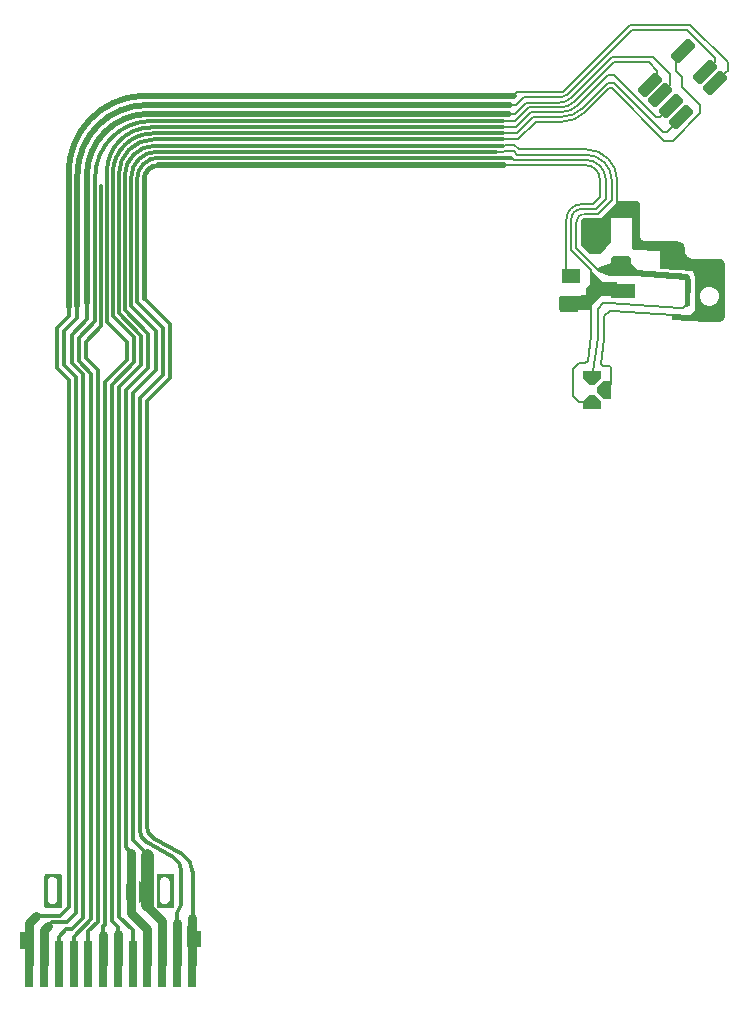
<source format=gbr>
%TF.GenerationSoftware,KiCad,Pcbnew,8.0.4-8.0.4-0~ubuntu24.04.1*%
%TF.CreationDate,2024-08-17T18:05:15+02:00*%
%TF.ProjectId,KSS-220A_Lens_Flex,4b53532d-3232-4304-915f-4c656e735f46,0.1*%
%TF.SameCoordinates,Original*%
%TF.FileFunction,Copper,L1,Top*%
%TF.FilePolarity,Positive*%
%FSLAX46Y46*%
G04 Gerber Fmt 4.6, Leading zero omitted, Abs format (unit mm)*
G04 Created by KiCad (PCBNEW 8.0.4-8.0.4-0~ubuntu24.04.1) date 2024-08-17 18:05:15*
%MOMM*%
%LPD*%
G01*
G04 APERTURE LIST*
G04 Aperture macros list*
%AMRoundRect*
0 Rectangle with rounded corners*
0 $1 Rounding radius*
0 $2 $3 $4 $5 $6 $7 $8 $9 X,Y pos of 4 corners*
0 Add a 4 corners polygon primitive as box body*
4,1,4,$2,$3,$4,$5,$6,$7,$8,$9,$2,$3,0*
0 Add four circle primitives for the rounded corners*
1,1,$1+$1,$2,$3*
1,1,$1+$1,$4,$5*
1,1,$1+$1,$6,$7*
1,1,$1+$1,$8,$9*
0 Add four rect primitives between the rounded corners*
20,1,$1+$1,$2,$3,$4,$5,0*
20,1,$1+$1,$4,$5,$6,$7,0*
20,1,$1+$1,$6,$7,$8,$9,0*
20,1,$1+$1,$8,$9,$2,$3,0*%
%AMOutline4P*
0 Free polygon, 4 corners , with rotation*
0 The origin of the aperture is its center*
0 number of corners: always 4*
0 $1 to $8 corner X, Y*
0 $9 Rotation angle, in degrees counterclockwise*
0 create outline with 4 corners*
4,1,4,$1,$2,$3,$4,$5,$6,$7,$8,$1,$2,$9*%
%AMOutline5P*
0 Free polygon, 5 corners , with rotation*
0 The origin of the aperture is its center*
0 number of corners: always 5*
0 $1 to $10 corner X, Y*
0 $11 Rotation angle, in degrees counterclockwise*
0 create outline with 5 corners*
4,1,5,$1,$2,$3,$4,$5,$6,$7,$8,$9,$10,$1,$2,$11*%
%AMOutline6P*
0 Free polygon, 6 corners , with rotation*
0 The origin of the aperture is its center*
0 number of corners: always 6*
0 $1 to $12 corner X, Y*
0 $13 Rotation angle, in degrees counterclockwise*
0 create outline with 6 corners*
4,1,6,$1,$2,$3,$4,$5,$6,$7,$8,$9,$10,$11,$12,$1,$2,$13*%
%AMOutline7P*
0 Free polygon, 7 corners , with rotation*
0 The origin of the aperture is its center*
0 number of corners: always 7*
0 $1 to $14 corner X, Y*
0 $15 Rotation angle, in degrees counterclockwise*
0 create outline with 7 corners*
4,1,7,$1,$2,$3,$4,$5,$6,$7,$8,$9,$10,$11,$12,$13,$14,$1,$2,$15*%
%AMOutline8P*
0 Free polygon, 8 corners , with rotation*
0 The origin of the aperture is its center*
0 number of corners: always 8*
0 $1 to $16 corner X, Y*
0 $17 Rotation angle, in degrees counterclockwise*
0 create outline with 8 corners*
4,1,8,$1,$2,$3,$4,$5,$6,$7,$8,$9,$10,$11,$12,$13,$14,$15,$16,$1,$2,$17*%
G04 Aperture macros list end*
%TA.AperFunction,SMDPad,CuDef*%
%ADD10R,1.600000X1.200000*%
%TD*%
%TA.AperFunction,SMDPad,CuDef*%
%ADD11R,2.000000X1.200000*%
%TD*%
%TA.AperFunction,SMDPad,CuDef*%
%ADD12RoundRect,0.178571X-0.671429X0.321429X-0.671429X-0.321429X0.671429X-0.321429X0.671429X0.321429X0*%
%TD*%
%TA.AperFunction,SMDPad,CuDef*%
%ADD13RoundRect,0.178571X0.671429X-0.321429X0.671429X0.321429X-0.671429X0.321429X-0.671429X-0.321429X0*%
%TD*%
%TA.AperFunction,ComponentPad*%
%ADD14C,2.300000*%
%TD*%
%TA.AperFunction,ComponentPad*%
%ADD15Outline6P,-0.800000X0.000000X-0.200000X0.600000X0.200000X0.600000X0.800000X0.000000X0.800000X-0.600000X-0.800000X-0.600000X0.000000*%
%TD*%
%TA.AperFunction,ComponentPad*%
%ADD16Outline6P,-0.800000X0.000000X-0.200000X0.600000X0.200000X0.600000X0.800000X0.000000X0.800000X-0.600000X-0.800000X-0.600000X90.000000*%
%TD*%
%TA.AperFunction,ComponentPad*%
%ADD17Outline6P,-0.800000X0.000000X-0.200000X0.600000X0.200000X0.600000X0.800000X0.000000X0.800000X-0.600000X-0.800000X-0.600000X180.000000*%
%TD*%
%TA.AperFunction,ConnectorPad*%
%ADD18R,1.200000X0.500000*%
%TD*%
%TA.AperFunction,ConnectorPad*%
%ADD19R,0.750000X4.000000*%
%TD*%
%TA.AperFunction,SMDPad,CuDef*%
%ADD20Outline4P,-0.400000X-0.900000X0.400000X-0.700000X0.400000X0.700000X-0.400000X0.900000X0.000000*%
%TD*%
%TA.AperFunction,SMDPad,CuDef*%
%ADD21Outline4P,-0.400000X-0.900000X0.400000X-0.700000X0.400000X0.700000X-0.400000X0.900000X180.000000*%
%TD*%
%TA.AperFunction,ConnectorPad*%
%ADD22R,1.200000X0.800000*%
%TD*%
%TA.AperFunction,ComponentPad*%
%ADD23RoundRect,0.250000X-0.424264X-0.777817X0.777817X0.424264X0.424264X0.777817X-0.777817X-0.424264X0*%
%TD*%
%TA.AperFunction,ComponentPad*%
%ADD24RoundRect,0.250000X0.424264X0.777817X-0.777817X-0.424264X-0.424264X-0.777817X0.777817X0.424264X0*%
%TD*%
%TA.AperFunction,Conductor*%
%ADD25C,0.750000*%
%TD*%
%TA.AperFunction,Conductor*%
%ADD26C,0.200000*%
%TD*%
%TA.AperFunction,Conductor*%
%ADD27C,0.300000*%
%TD*%
%TA.AperFunction,Conductor*%
%ADD28C,0.500000*%
%TD*%
%TA.AperFunction,Conductor*%
%ADD29C,1.100000*%
%TD*%
%TA.AperFunction,Conductor*%
%ADD30C,0.250000*%
%TD*%
%TA.AperFunction,Conductor*%
%ADD31C,0.400000*%
%TD*%
G04 APERTURE END LIST*
D10*
%TO.P,RV1,1,1*%
%TO.N,/GND3*%
X92900000Y-51550000D03*
%TO.P,RV1,2,2*%
%TO.N,/PD*%
X92700000Y-54050000D03*
D11*
%TO.P,RV1,3,3*%
X97300000Y-52850000D03*
%TD*%
D12*
%TO.P,D1,1,K*%
%TO.N,/LD*%
X97150000Y-50350000D03*
D13*
%TO.P,D1,2,A*%
%TO.N,/GND2*%
X97150000Y-46150000D03*
%TD*%
D14*
%TO.P,H1,MP,MP*%
%TO.N,/GND2*%
X94850000Y-48300000D03*
%TD*%
D15*
%TO.P,CN5,1,PD*%
%TO.N,/PD*%
X94700000Y-62250000D03*
D16*
%TO.P,CN5,2,GND*%
%TO.N,/GND2*%
X95700000Y-61250000D03*
D17*
%TO.P,CN5,3,LD*%
%TO.N,/LD*%
X94700000Y-60250000D03*
%TD*%
D18*
%TO.P,CN4,1,Pin_1*%
%TO.N,/GND3*%
X61000000Y-108100000D03*
D19*
X60775000Y-109850000D03*
%TO.P,CN4,2,Pin_2*%
%TO.N,/PD*%
X59525000Y-109850000D03*
%TO.P,CN4,3,Pin_3*%
%TO.N,/LD*%
X58275000Y-109850000D03*
D20*
X56750000Y-103700000D03*
D19*
%TO.P,CN4,4,Pin_4*%
%TO.N,/GND2*%
X57025000Y-109850000D03*
D21*
X55650000Y-103700000D03*
D19*
%TO.P,CN4,5,Pin_5*%
%TO.N,/F*%
X55775000Y-109850000D03*
%TO.P,CN4,6,Pin_6*%
%TO.N,/E*%
X54525000Y-109850000D03*
%TO.P,CN4,7,Pin_7*%
%TO.N,/K*%
X53275000Y-109850000D03*
%TO.P,CN4,8,Pin_8*%
%TO.N,/GND1*%
X52025000Y-109850000D03*
%TO.P,CN4,9,Pin_9*%
%TO.N,/D*%
X50775000Y-109850000D03*
%TO.P,CN4,10,Pin_10*%
%TO.N,/C*%
X49525000Y-109850000D03*
%TO.P,CN4,11,Pin_11*%
%TO.N,/A*%
X48275000Y-109850000D03*
%TO.P,CN4,12,Pin_12*%
%TO.N,/B*%
X47025000Y-109850000D03*
D22*
X46800000Y-108250000D03*
%TD*%
D23*
%TO.P,CN3,1,D*%
%TO.N,/D*%
X99538748Y-35417175D03*
D24*
%TO.P,CN3,2,F*%
%TO.N,/F*%
X102402530Y-32553393D03*
D23*
%TO.P,CN3,3,C*%
%TO.N,/C*%
X100390812Y-36269239D03*
%TO.P,CN3,5,K*%
%TO.N,/K*%
X101334799Y-37213226D03*
D24*
%TO.P,CN3,6,A*%
%TO.N,/A*%
X104195046Y-34345909D03*
D23*
%TO.P,CN3,7,E*%
%TO.N,/E*%
X102229289Y-38107716D03*
D24*
%TO.P,CN3,8,B*%
%TO.N,/B*%
X105093071Y-35243934D03*
%TD*%
D25*
%TO.N,/B*%
X47600000Y-105750000D02*
X47025000Y-106325000D01*
D26*
X88350000Y-36000000D02*
X92200000Y-36000000D01*
D27*
X47600000Y-105750000D02*
X49650000Y-105750000D01*
D26*
X106137005Y-34200000D02*
X105375914Y-34961091D01*
D28*
X50350000Y-42845518D02*
X50350000Y-54200000D01*
D27*
X49400000Y-59400000D02*
X49400000Y-55950000D01*
D26*
X88042420Y-36307580D02*
X88350000Y-36000000D01*
D28*
X56846016Y-36307580D02*
X56636191Y-36315565D01*
D26*
X106150000Y-34200000D02*
X106137005Y-34200000D01*
X106150000Y-33500000D02*
X106150000Y-34200000D01*
D27*
X50350000Y-55000000D02*
X50350000Y-54200000D01*
D25*
X47025000Y-106325000D02*
X47025000Y-109850000D01*
D26*
X102950000Y-30300000D02*
X106150000Y-33500000D01*
D28*
X88042420Y-36307580D02*
X56846016Y-36307580D01*
D27*
X50400000Y-105000000D02*
X50400000Y-60400000D01*
X50400000Y-60400000D02*
X49400000Y-59400000D01*
D26*
X97900000Y-30300000D02*
X102950000Y-30300000D01*
D27*
X49650000Y-105750000D02*
X50400000Y-105000000D01*
X49400000Y-55950000D02*
X50350000Y-55000000D01*
D26*
X92200000Y-36000000D02*
X97900000Y-30300000D01*
D28*
X56636191Y-36315565D02*
G75*
G03*
X50350038Y-42845518I248509J-6529935D01*
G01*
D26*
%TO.N,/E*%
X96513604Y-35200000D02*
X100663604Y-39350000D01*
D27*
X86750000Y-39500000D02*
X87100000Y-39500000D01*
D26*
X93798829Y-37401171D02*
X96000000Y-35200000D01*
D27*
X55900000Y-56757106D02*
X54100000Y-54957106D01*
D26*
X87100000Y-39500000D02*
X88300000Y-39500000D01*
X89700000Y-38100000D02*
X92111706Y-38100000D01*
D27*
X57499535Y-39500000D02*
X86750000Y-39500000D01*
X54525000Y-107300000D02*
X54525000Y-106675000D01*
D26*
X100663604Y-39350000D02*
X100987005Y-39350000D01*
D25*
X54525000Y-109850000D02*
X54525000Y-107300000D01*
D26*
X88300000Y-39500000D02*
X89700000Y-38100000D01*
X96000000Y-35200000D02*
X96513604Y-35200000D01*
D27*
X54525000Y-106675000D02*
X54000000Y-106150000D01*
D26*
X100987005Y-39350000D02*
X101911091Y-38425914D01*
D27*
X54000000Y-60800000D02*
X55900000Y-58900000D01*
X55900000Y-58900000D02*
X55900000Y-56757106D01*
X54000000Y-106150000D02*
X54000000Y-60800000D01*
X54100000Y-54957106D02*
X54100000Y-42899535D01*
X54100000Y-42899535D02*
G75*
G02*
X57499535Y-39500000I3399540J-5D01*
G01*
D26*
X92111706Y-38100000D02*
G75*
G03*
X93798836Y-37401178I-6J2386000D01*
G01*
%TO.N,/K*%
X88200000Y-39000000D02*
X89500000Y-37700000D01*
D25*
X53275000Y-109850000D02*
X53275000Y-107350000D01*
D27*
X53400000Y-106500000D02*
X53275000Y-106625000D01*
X87100000Y-39000000D02*
X57332548Y-39000000D01*
X55300000Y-57150000D02*
X55300000Y-58650000D01*
D26*
X100398025Y-38150000D02*
X101016601Y-37531424D01*
X96000000Y-34600000D02*
X96550000Y-34600000D01*
D27*
X53600000Y-55450000D02*
X55300000Y-57150000D01*
D26*
X100100000Y-38150000D02*
X100398025Y-38150000D01*
D27*
X53400000Y-60550000D02*
X53400000Y-106500000D01*
D26*
X93488246Y-37111754D02*
X96000000Y-34600000D01*
X87100000Y-39000000D02*
X88200000Y-39000000D01*
D27*
X53600000Y-42732548D02*
X53600000Y-55450000D01*
D26*
X89500000Y-37700000D02*
X92068095Y-37700000D01*
D27*
X53275000Y-106625000D02*
X53275000Y-107350000D01*
D26*
X96550000Y-34600000D02*
X100100000Y-38150000D01*
D27*
X55300000Y-58650000D02*
X53400000Y-60550000D01*
D26*
X92068095Y-37700000D02*
G75*
G03*
X93488249Y-37111757I5J2008400D01*
G01*
D27*
X57332548Y-39000000D02*
G75*
G03*
X53600000Y-42732548I-48J-3732500D01*
G01*
%TO.N,/LD*%
X55800000Y-99350000D02*
X55800000Y-61500000D01*
X55650000Y-54100000D02*
X55650000Y-43228989D01*
X56950000Y-100500000D02*
X55800000Y-99350000D01*
D26*
X93750000Y-41300000D02*
X94134141Y-41300000D01*
X102100000Y-54300000D02*
X102400000Y-54300000D01*
X94700000Y-60250000D02*
X95150000Y-56800000D01*
D27*
X57750000Y-56200000D02*
X55650000Y-54100000D01*
D26*
X88350000Y-41300000D02*
X93750000Y-41300000D01*
X87150000Y-41050000D02*
X87200000Y-41000000D01*
X88050000Y-41000000D02*
X88350000Y-41300000D01*
D25*
X56950000Y-104900000D02*
X56950000Y-104800000D01*
D26*
X95600000Y-53900000D02*
X96100000Y-53900000D01*
X96350000Y-43515859D02*
X96350000Y-45150000D01*
D27*
X57750000Y-59550000D02*
X57750000Y-56200000D01*
D25*
X58275000Y-106225000D02*
X56950000Y-104900000D01*
D26*
X95300000Y-51150000D02*
X96800000Y-51150000D01*
D25*
X58275000Y-109850000D02*
X58275000Y-106225000D01*
D26*
X93350000Y-46976056D02*
X93350000Y-49200000D01*
D27*
X55800000Y-61500000D02*
X57750000Y-59550000D01*
D26*
X95200000Y-46300000D02*
X94026056Y-46300000D01*
D29*
X56950000Y-104800000D02*
X56950000Y-100600000D01*
D26*
X93350000Y-49200000D02*
X95300000Y-51150000D01*
D27*
X56950000Y-100600000D02*
X56950000Y-100500000D01*
D26*
X95150000Y-56800000D02*
X95150000Y-54350000D01*
X96350000Y-45150000D02*
X95200000Y-46300000D01*
X96100000Y-53900000D02*
X102100000Y-54300000D01*
X95150000Y-54350000D02*
X95600000Y-53900000D01*
X102400000Y-54300000D02*
X102750000Y-53950000D01*
X96800000Y-51150000D02*
X96800000Y-50400000D01*
D27*
X57828989Y-41050000D02*
X86550000Y-41050000D01*
D26*
X102750000Y-53950000D02*
X102750000Y-53850000D01*
X87200000Y-41000000D02*
X88050000Y-41000000D01*
X86550000Y-41050000D02*
X87150000Y-41050000D01*
X94026056Y-46300000D02*
G75*
G03*
X93350000Y-46976056I44J-676100D01*
G01*
D27*
X55650000Y-43228989D02*
G75*
G02*
X57828989Y-41050000I2179000J-11D01*
G01*
D26*
X94134141Y-41300000D02*
G75*
G02*
X96350000Y-43515859I-41J-2215900D01*
G01*
%TO.N,/C*%
X101250000Y-35410051D02*
X100072614Y-36587437D01*
D27*
X50600000Y-106900000D02*
X51550000Y-105950000D01*
D26*
X99800000Y-33050000D02*
X101250000Y-34500000D01*
D27*
X50600000Y-58907106D02*
X50600000Y-56550000D01*
X51550000Y-105950000D02*
X51550000Y-59857106D01*
D28*
X57126060Y-37850000D02*
X87600000Y-37850000D01*
D26*
X87600000Y-37850000D02*
X88125000Y-37850000D01*
D27*
X49525000Y-109850000D02*
X49525000Y-107525000D01*
X50150000Y-106900000D02*
X50600000Y-106900000D01*
D30*
X101250000Y-35810051D02*
X100095837Y-36964214D01*
D26*
X89075000Y-36900000D02*
X91855642Y-36900000D01*
D27*
X51900000Y-55250000D02*
X51900000Y-53850000D01*
D26*
X92955630Y-36444370D02*
X96350000Y-33050000D01*
X96350000Y-33050000D02*
X99800000Y-33050000D01*
X88125000Y-37850000D02*
X89075000Y-36900000D01*
D27*
X50600000Y-56550000D02*
X51900000Y-55250000D01*
D26*
X101250000Y-34500000D02*
X101250000Y-35410051D01*
D27*
X51550000Y-59857106D02*
X50600000Y-58907106D01*
D28*
X51900000Y-53850000D02*
X51900000Y-43076060D01*
D27*
X49525000Y-107525000D02*
X50150000Y-106900000D01*
D26*
X91855642Y-36900000D02*
G75*
G03*
X92955605Y-36444345I-42J1555600D01*
G01*
D28*
X57126060Y-37850000D02*
G75*
G03*
X51900000Y-43076060I0J-5226060D01*
G01*
D27*
%TO.N,/D*%
X50775000Y-109850000D02*
X50775000Y-107525000D01*
D26*
X89300000Y-37300000D02*
X91987985Y-37300000D01*
X87100000Y-38450000D02*
X88150000Y-38450000D01*
D27*
X52250000Y-106050000D02*
X52250000Y-59850000D01*
D26*
X100200000Y-34755923D02*
X99220550Y-35735373D01*
X99500000Y-33500000D02*
X100200000Y-34200000D01*
D27*
X51200000Y-56800000D02*
X52600000Y-55400000D01*
D26*
X93203471Y-36796529D02*
X96500000Y-33500000D01*
D27*
X50775000Y-107525000D02*
X52250000Y-106050000D01*
D26*
X100200000Y-34200000D02*
X100200000Y-34755923D01*
X96500000Y-33500000D02*
X99500000Y-33500000D01*
X99620550Y-35735373D02*
X99220550Y-35735373D01*
D27*
X52600000Y-55400000D02*
X52600000Y-43225009D01*
X57375009Y-38450000D02*
X86550000Y-38450000D01*
X52250000Y-59850000D02*
X51200000Y-58800000D01*
X86550000Y-38450000D02*
X87100000Y-38450000D01*
D26*
X88150000Y-38450000D02*
X89300000Y-37300000D01*
D27*
X51200000Y-58800000D02*
X51200000Y-56800000D01*
D26*
X91987985Y-37300000D02*
G75*
G03*
X93203488Y-36796546I15J1719000D01*
G01*
D27*
X52600000Y-43225009D02*
G75*
G02*
X57375009Y-38450000I4775000J9D01*
G01*
D26*
%TO.N,/PD*%
X93100000Y-61750000D02*
X93100000Y-59450000D01*
D27*
X59900000Y-104800000D02*
X59900000Y-101986577D01*
D26*
X94300000Y-58750000D02*
X94600000Y-56650000D01*
X94700000Y-62250000D02*
X93600000Y-62250000D01*
X94600000Y-52900000D02*
X94800000Y-52700000D01*
D27*
X57991091Y-41550000D02*
X87800000Y-41550000D01*
D26*
X95826890Y-43326829D02*
X95850000Y-43668760D01*
X95850000Y-43668760D02*
X95850000Y-45084314D01*
D27*
X56400000Y-98616546D02*
X56400000Y-61900000D01*
D26*
X94100000Y-58950000D02*
X94300000Y-58750000D01*
X87900000Y-41550000D02*
X88100000Y-41750000D01*
X94550000Y-52450000D02*
X94800000Y-52700000D01*
D27*
X59525000Y-105525000D02*
X59900000Y-104800000D01*
X59525000Y-106350000D02*
X59525000Y-105525000D01*
X59173648Y-100734942D02*
X56863168Y-99414668D01*
D26*
X94600000Y-56650000D02*
X94600000Y-52900000D01*
X95850000Y-45084314D02*
X95034314Y-45900000D01*
D27*
X58350000Y-59950000D02*
X58350000Y-55950000D01*
X58350000Y-55950000D02*
X56150000Y-53750000D01*
D26*
X94550000Y-51050000D02*
X94550000Y-52450000D01*
D27*
X56150000Y-53750000D02*
X56150000Y-43391091D01*
D26*
X88100000Y-41750000D02*
X94139892Y-41750000D01*
X87800000Y-41550000D02*
X87900000Y-41550000D01*
D25*
X59525000Y-109850000D02*
X59525000Y-106350000D01*
D26*
X95034314Y-45900000D02*
X93805849Y-45900000D01*
X92900000Y-49400000D02*
X94550000Y-51050000D01*
X93600000Y-58950000D02*
X94100000Y-58950000D01*
X93600000Y-62250000D02*
X93100000Y-61750000D01*
D27*
X56400000Y-61900000D02*
X58350000Y-59950000D01*
D26*
X92900000Y-46805849D02*
X92900000Y-49400000D01*
X96450000Y-52700000D02*
X94800000Y-52700000D01*
X93100000Y-59450000D02*
X93600000Y-58950000D01*
X92900000Y-46805849D02*
G75*
G02*
X93805849Y-45900000I905800J49D01*
G01*
D27*
X56150000Y-43391091D02*
G75*
G02*
X57991091Y-41550000I1841100J-9D01*
G01*
D26*
X94139892Y-41750000D02*
G75*
G02*
X95826855Y-43326831I8J-1690800D01*
G01*
D27*
X56400000Y-98616546D02*
G75*
G03*
X56863197Y-99414617I919200J46D01*
G01*
X59173648Y-100734942D02*
G75*
G02*
X59900006Y-101986577I-715248J-1251658D01*
G01*
D25*
%TO.N,/A*%
X48275000Y-109850000D02*
X48275000Y-106975000D01*
D27*
X51000000Y-60150000D02*
X49950000Y-59100000D01*
X51100000Y-55100000D02*
X51100000Y-54100000D01*
D26*
X105050000Y-33490955D02*
X104477889Y-34063066D01*
D27*
X48625000Y-106625000D02*
X48950000Y-106300000D01*
X50200000Y-106300000D02*
X51000000Y-105500000D01*
X49950000Y-56250000D02*
X51100000Y-55100000D01*
D26*
X92579448Y-36220552D02*
X98050000Y-30750000D01*
D25*
X48275000Y-106975000D02*
X48625000Y-106625000D01*
D27*
X51000000Y-105500000D02*
X51000000Y-60150000D01*
D26*
X98050000Y-30750000D02*
X102700000Y-30750000D01*
X88250000Y-37100000D02*
X88899999Y-36450001D01*
D27*
X49950000Y-59100000D02*
X49950000Y-56250000D01*
D26*
X88899999Y-36450001D02*
X92025509Y-36450001D01*
X87700000Y-37100000D02*
X88250000Y-37100000D01*
X102700000Y-30750000D02*
X105050000Y-33100000D01*
X105050000Y-33100000D02*
X105050000Y-33490955D01*
D28*
X51100000Y-54100000D02*
X51100000Y-43003664D01*
X57003664Y-37100000D02*
X87700000Y-37100000D01*
D27*
X48950000Y-106300000D02*
X50200000Y-106300000D01*
D28*
X57003664Y-37100000D02*
G75*
G03*
X51100000Y-43003664I-4J-5903660D01*
G01*
D26*
X92025509Y-36450001D02*
G75*
G03*
X92579446Y-36220550I-9J783401D01*
G01*
D27*
%TO.N,/F*%
X55775000Y-106975000D02*
X54650000Y-105850000D01*
D26*
X96350000Y-35700000D02*
X100800000Y-40150000D01*
D27*
X56500000Y-56650000D02*
X54600000Y-54750000D01*
X54600000Y-54750000D02*
X54600000Y-42968043D01*
D26*
X102300000Y-34700000D02*
X101800000Y-34200000D01*
X101500000Y-40150000D02*
X103850000Y-37800000D01*
X103850000Y-37100000D02*
X102300000Y-35550000D01*
X102300000Y-35550000D02*
X102300000Y-34700000D01*
X88400000Y-40000000D02*
X89900000Y-38500000D01*
D27*
X56500000Y-59100000D02*
X56500000Y-56650000D01*
X57568043Y-40000000D02*
X87100000Y-40000000D01*
D26*
X96100000Y-35700000D02*
X96350000Y-35700000D01*
X87100000Y-40000000D02*
X88400000Y-40000000D01*
X100800000Y-40150000D02*
X101500000Y-40150000D01*
D27*
X55775000Y-109850000D02*
X55775000Y-106975000D01*
D26*
X89900000Y-38500000D02*
X92162913Y-38500000D01*
X101800000Y-34200000D02*
X101800000Y-33155923D01*
D27*
X54650000Y-60950000D02*
X56500000Y-59100000D01*
X54650000Y-105850000D02*
X54650000Y-60950000D01*
D26*
X94104042Y-37695958D02*
X96100000Y-35700000D01*
X103850000Y-37800000D02*
X103850000Y-37100000D01*
X101800000Y-33155923D02*
X102685373Y-32270550D01*
X92162913Y-38500000D02*
G75*
G03*
X94104042Y-37695958I-13J2745200D01*
G01*
D27*
X54600000Y-42968043D02*
G75*
G02*
X57568043Y-40000000I2968040J3D01*
G01*
%TO.N,/GND1*%
X52025000Y-107075000D02*
X52800000Y-106300000D01*
X53100000Y-55850000D02*
X53100000Y-43950000D01*
X52800000Y-106300000D02*
X52800000Y-59550000D01*
X52025000Y-109850000D02*
X52025000Y-107075000D01*
X51800000Y-57150000D02*
X53100000Y-55850000D01*
X52800000Y-59550000D02*
X51800000Y-58550000D01*
X51800000Y-58550000D02*
X51800000Y-57150000D01*
D26*
%TO.N,/GND3*%
X87250000Y-42200000D02*
X94142783Y-42200000D01*
D27*
X58950000Y-55650000D02*
X58950000Y-60200000D01*
X60850000Y-105850000D02*
X60775000Y-105925000D01*
D26*
X92500000Y-46772066D02*
X92500000Y-51000000D01*
X93200000Y-51700000D02*
X93450000Y-51450000D01*
X95323036Y-44926964D02*
X94750000Y-45500000D01*
D31*
X56750000Y-43408569D02*
X56750000Y-53450000D01*
D25*
X60775000Y-109850000D02*
X60775000Y-105925000D01*
D28*
X87250000Y-42200000D02*
X57958569Y-42200000D01*
D26*
X94750000Y-45500000D02*
X93772066Y-45500000D01*
X95323036Y-43380253D02*
X95323036Y-44926964D01*
X92500000Y-51000000D02*
X93200000Y-51700000D01*
D27*
X56750000Y-53450000D02*
X58950000Y-55650000D01*
X58950000Y-60200000D02*
X56950000Y-62200000D01*
X56950000Y-62200000D02*
X56950000Y-98125202D01*
X60850000Y-102060921D02*
X60850000Y-105850000D01*
X57534501Y-99137212D02*
X59974355Y-100544820D01*
X57534501Y-99137212D02*
G75*
G02*
X56950022Y-98125202I583899J1012012D01*
G01*
X59974355Y-100544820D02*
G75*
G02*
X60849991Y-102060921I-874655J-1516080D01*
G01*
D31*
X57958569Y-42200000D02*
G75*
G03*
X56750000Y-43408569I31J-1208600D01*
G01*
D26*
X94142783Y-42200000D02*
G75*
G02*
X95323100Y-43380253I17J-1180300D01*
G01*
X93772066Y-45500000D02*
G75*
G03*
X92500000Y-46772066I34J-1272100D01*
G01*
D25*
%TO.N,/GND2*%
X57025000Y-106875000D02*
X55650000Y-105500000D01*
D27*
X55100000Y-54450000D02*
X55100000Y-43102086D01*
D26*
X96150000Y-59200000D02*
X96300000Y-59350000D01*
X96400000Y-54550000D02*
X102850000Y-55000000D01*
X96400000Y-54550000D02*
X96150000Y-54550000D01*
D25*
X55650000Y-105500000D02*
X55650000Y-103700000D01*
D26*
X87300000Y-40450000D02*
X88100000Y-40450000D01*
D27*
X57100000Y-56450000D02*
X55100000Y-54450000D01*
X55200000Y-99950000D02*
X55200000Y-61250000D01*
D26*
X88100000Y-40450000D02*
X88500000Y-40850000D01*
D27*
X55650000Y-100400000D02*
X55200000Y-99950000D01*
D26*
X95700000Y-55000000D02*
X95700000Y-56950000D01*
X88500000Y-40850000D02*
X94162768Y-40850000D01*
X96300000Y-59350000D02*
X96300000Y-60750000D01*
X95800000Y-61250000D02*
X95700000Y-61250000D01*
X96800000Y-43487232D02*
X96800000Y-46500000D01*
X95700000Y-56950000D02*
X95400000Y-59000000D01*
D25*
X55650000Y-103700000D02*
X55650000Y-100400000D01*
D26*
X96300000Y-60750000D02*
X95800000Y-61250000D01*
D25*
X57025000Y-109850000D02*
X57025000Y-106875000D01*
D26*
X95600000Y-59200000D02*
X96150000Y-59200000D01*
D27*
X57100000Y-59350000D02*
X57100000Y-56450000D01*
D26*
X95400000Y-59000000D02*
X95600000Y-59200000D01*
X87200000Y-40550000D02*
X87300000Y-40450000D01*
D27*
X55200000Y-61250000D02*
X57100000Y-59350000D01*
D26*
X87100000Y-40550000D02*
X87200000Y-40550000D01*
X96150000Y-54550000D02*
X95700000Y-55000000D01*
D27*
X57652086Y-40550000D02*
X87100000Y-40550000D01*
D26*
X94162768Y-40850000D02*
G75*
G02*
X96800000Y-43487232I32J-2637200D01*
G01*
D27*
X55100000Y-43102086D02*
G75*
G02*
X57652086Y-40550000I2552100J-14D01*
G01*
%TD*%
%TA.AperFunction,NonConductor*%
G36*
X58496825Y-102207018D02*
G01*
X58509431Y-102201262D01*
X58527078Y-102200000D01*
X59176000Y-102200000D01*
X59243039Y-102219685D01*
X59288794Y-102272489D01*
X59300000Y-102324000D01*
X59300000Y-104976000D01*
X59280315Y-105043039D01*
X59227511Y-105088794D01*
X59176000Y-105100000D01*
X58015242Y-105100000D01*
X57948203Y-105080315D01*
X57927561Y-105063681D01*
X57836319Y-104972439D01*
X57802834Y-104911116D01*
X57800000Y-104884758D01*
X57800000Y-102792417D01*
X58099500Y-102792417D01*
X58099500Y-102830009D01*
X58099500Y-104323071D01*
X58099500Y-104350000D01*
X58099500Y-104407583D01*
X58131947Y-104518084D01*
X58194210Y-104614968D01*
X58281247Y-104690386D01*
X58386006Y-104738228D01*
X58500000Y-104754618D01*
X58613994Y-104738228D01*
X58718753Y-104690386D01*
X58805790Y-104614968D01*
X58868053Y-104518084D01*
X58900500Y-104407583D01*
X58900500Y-104350000D01*
X58900500Y-104323071D01*
X58900500Y-102830009D01*
X58900500Y-102792417D01*
X58868053Y-102681916D01*
X58805790Y-102585032D01*
X58718753Y-102509614D01*
X58613994Y-102461772D01*
X58613989Y-102461771D01*
X58509431Y-102446738D01*
X58503344Y-102443958D01*
X58490569Y-102446738D01*
X58386010Y-102461771D01*
X58386008Y-102461771D01*
X58386006Y-102461772D01*
X58318524Y-102492589D01*
X58281246Y-102509614D01*
X58194209Y-102585033D01*
X58142377Y-102665686D01*
X58131947Y-102681916D01*
X58099500Y-102792417D01*
X57800000Y-102792417D01*
X57800000Y-102324000D01*
X57819685Y-102256961D01*
X57872489Y-102211206D01*
X57924000Y-102200000D01*
X58472922Y-102200000D01*
X58496825Y-102207018D01*
G37*
%TD.AperFunction*%
%TA.AperFunction,NonConductor*%
G36*
X48996825Y-102207018D02*
G01*
X49009431Y-102201262D01*
X49027078Y-102200000D01*
X49587789Y-102200000D01*
X49611971Y-102202381D01*
X49652346Y-102210412D01*
X49697043Y-102228927D01*
X49720913Y-102244877D01*
X49755122Y-102279086D01*
X49771072Y-102302956D01*
X49789588Y-102347655D01*
X49797617Y-102388020D01*
X49800000Y-102412210D01*
X49800000Y-104887789D01*
X49797617Y-104911982D01*
X49789588Y-104952344D01*
X49771072Y-104997043D01*
X49755122Y-105020913D01*
X49720913Y-105055122D01*
X49697043Y-105071072D01*
X49652344Y-105089588D01*
X49635841Y-105092870D01*
X49611978Y-105097617D01*
X49587789Y-105100000D01*
X48512211Y-105100000D01*
X48488020Y-105097617D01*
X48472744Y-105094578D01*
X48447656Y-105089588D01*
X48402956Y-105071072D01*
X48379086Y-105055122D01*
X48344877Y-105020913D01*
X48328927Y-104997043D01*
X48310412Y-104952346D01*
X48302381Y-104911971D01*
X48300000Y-104887789D01*
X48300000Y-102792417D01*
X48599500Y-102792417D01*
X48599500Y-102830009D01*
X48599500Y-104323071D01*
X48599500Y-104350000D01*
X48599500Y-104407583D01*
X48631947Y-104518084D01*
X48694210Y-104614968D01*
X48781247Y-104690386D01*
X48886006Y-104738228D01*
X49000000Y-104754618D01*
X49113994Y-104738228D01*
X49218753Y-104690386D01*
X49305790Y-104614968D01*
X49368053Y-104518084D01*
X49400500Y-104407583D01*
X49400500Y-104350000D01*
X49400500Y-104323071D01*
X49400500Y-102830009D01*
X49400500Y-102792417D01*
X49368053Y-102681916D01*
X49305790Y-102585032D01*
X49218753Y-102509614D01*
X49113994Y-102461772D01*
X49113989Y-102461771D01*
X49009431Y-102446738D01*
X49003344Y-102443958D01*
X48990569Y-102446738D01*
X48886010Y-102461771D01*
X48886008Y-102461771D01*
X48886006Y-102461772D01*
X48818524Y-102492589D01*
X48781246Y-102509614D01*
X48694209Y-102585033D01*
X48642377Y-102665686D01*
X48631947Y-102681916D01*
X48599500Y-102792417D01*
X48300000Y-102792417D01*
X48300000Y-102412210D01*
X48302381Y-102388029D01*
X48310412Y-102347651D01*
X48328927Y-102302956D01*
X48344877Y-102279086D01*
X48379086Y-102244877D01*
X48402956Y-102228927D01*
X48447653Y-102210412D01*
X48488027Y-102202381D01*
X48512211Y-102200000D01*
X48972922Y-102200000D01*
X48996825Y-102207018D01*
G37*
%TD.AperFunction*%
%TA.AperFunction,Conductor*%
%TO.N,/LD*%
G36*
X97959528Y-50469685D02*
G01*
X97987147Y-50493901D01*
X98500000Y-51100000D01*
X102773367Y-51443834D01*
X102838612Y-51468832D01*
X102878553Y-51521383D01*
X103040574Y-51926437D01*
X103049409Y-51975372D01*
X103002258Y-54002904D01*
X102981021Y-54069468D01*
X102927167Y-54113982D01*
X102905191Y-54121068D01*
X102700899Y-54166466D01*
X102631186Y-54161793D01*
X102575066Y-54120172D01*
X102550357Y-54054818D01*
X102550000Y-54045419D01*
X102550000Y-51900000D01*
X102549999Y-51899999D01*
X98349975Y-51599998D01*
X96119822Y-51550440D01*
X96081307Y-51543402D01*
X95301281Y-51268099D01*
X95244615Y-51227224D01*
X95228577Y-51200014D01*
X95185714Y-51100000D01*
X95151832Y-51020943D01*
X95143518Y-50951572D01*
X95174029Y-50888716D01*
X95223803Y-50855430D01*
X96329639Y-50457330D01*
X96371640Y-50450000D01*
X97892489Y-50450000D01*
X97959528Y-50469685D01*
G37*
%TD.AperFunction*%
%TD*%
%TA.AperFunction,Conductor*%
%TO.N,/GND2*%
G36*
X98600822Y-45269685D02*
G01*
X98632161Y-45298516D01*
X98642738Y-45312301D01*
X98658920Y-45340330D01*
X98681342Y-45394459D01*
X98689721Y-45425728D01*
X98698438Y-45491939D01*
X98699499Y-45508125D01*
X98699499Y-45551591D01*
X98699500Y-45551596D01*
X98699501Y-48048637D01*
X98699501Y-48162027D01*
X98727107Y-48282973D01*
X98780929Y-48394737D01*
X98824602Y-48449500D01*
X98858276Y-48491725D01*
X98955264Y-48569070D01*
X98955265Y-48569070D01*
X98955266Y-48569071D01*
X99067031Y-48622895D01*
X99187968Y-48650498D01*
X99187973Y-48650498D01*
X99187975Y-48650499D01*
X99230010Y-48650499D01*
X101898404Y-48650499D01*
X101898408Y-48650500D01*
X101923071Y-48650500D01*
X101943039Y-48650500D01*
X101956922Y-48651279D01*
X102069518Y-48663966D01*
X102096583Y-48670143D01*
X102196927Y-48705255D01*
X102221941Y-48717301D01*
X102311955Y-48773860D01*
X102333662Y-48791172D01*
X102408827Y-48866337D01*
X102426140Y-48888046D01*
X102482697Y-48978056D01*
X102494745Y-49003074D01*
X102529855Y-49103414D01*
X102536033Y-49130484D01*
X102548720Y-49243077D01*
X102549500Y-49256961D01*
X102549500Y-49523297D01*
X102582120Y-49666209D01*
X102645720Y-49798276D01*
X102645722Y-49798279D01*
X102678418Y-49839278D01*
X102737117Y-49912883D01*
X102819420Y-49978518D01*
X102846670Y-50000250D01*
X102851723Y-50004279D01*
X102983794Y-50067881D01*
X103126706Y-50100500D01*
X103180009Y-50100500D01*
X105423071Y-50100500D01*
X105441874Y-50100500D01*
X105458059Y-50101561D01*
X105550152Y-50113685D01*
X105581421Y-50122063D01*
X105659668Y-50154474D01*
X105687699Y-50170659D01*
X105754892Y-50222219D01*
X105777780Y-50245107D01*
X105829340Y-50312300D01*
X105845526Y-50340334D01*
X105877936Y-50418579D01*
X105886314Y-50449846D01*
X105898439Y-50541939D01*
X105899500Y-50558125D01*
X105899500Y-55030706D01*
X105896820Y-55056345D01*
X105878783Y-55141695D01*
X105867987Y-55172273D01*
X105829330Y-55248274D01*
X105810974Y-55275009D01*
X105753923Y-55338399D01*
X105729264Y-55359459D01*
X105657739Y-55405882D01*
X105628459Y-55419830D01*
X105551242Y-55444855D01*
X105518399Y-55450778D01*
X104408316Y-55499042D01*
X104394318Y-55498860D01*
X101565388Y-55301909D01*
X101499877Y-55277616D01*
X101457900Y-55221761D01*
X101450000Y-55178208D01*
X101450000Y-54974000D01*
X101469685Y-54906961D01*
X101522489Y-54861206D01*
X101574000Y-54850000D01*
X103000000Y-54850000D01*
X103400000Y-54450000D01*
X103400000Y-53299996D01*
X103794435Y-53299996D01*
X103794435Y-53300003D01*
X103814630Y-53479249D01*
X103814631Y-53479254D01*
X103874211Y-53649523D01*
X103935506Y-53747072D01*
X103970184Y-53802262D01*
X104097738Y-53929816D01*
X104250478Y-54025789D01*
X104363583Y-54065366D01*
X104420745Y-54085368D01*
X104420750Y-54085369D01*
X104599996Y-54105565D01*
X104600000Y-54105565D01*
X104600004Y-54105565D01*
X104779249Y-54085369D01*
X104779252Y-54085368D01*
X104779255Y-54085368D01*
X104949522Y-54025789D01*
X105102262Y-53929816D01*
X105229816Y-53802262D01*
X105325789Y-53649522D01*
X105385368Y-53479255D01*
X105388083Y-53455162D01*
X105405565Y-53300003D01*
X105405565Y-53299996D01*
X105385369Y-53120750D01*
X105385368Y-53120745D01*
X105325789Y-52950478D01*
X105229816Y-52797738D01*
X105102262Y-52670184D01*
X104949523Y-52574211D01*
X104779254Y-52514631D01*
X104779249Y-52514630D01*
X104600004Y-52494435D01*
X104599996Y-52494435D01*
X104420750Y-52514630D01*
X104420745Y-52514631D01*
X104250476Y-52574211D01*
X104097737Y-52670184D01*
X103970184Y-52797737D01*
X103874211Y-52950476D01*
X103814631Y-53120745D01*
X103814630Y-53120750D01*
X103794435Y-53299996D01*
X103400000Y-53299996D01*
X103400000Y-51650000D01*
X103200000Y-51150000D01*
X103199999Y-51149999D01*
X100515165Y-50958226D01*
X100449699Y-50933815D01*
X100407822Y-50877885D01*
X100400000Y-50834541D01*
X100400000Y-49499999D01*
X98220888Y-49354725D01*
X98155306Y-49330625D01*
X98118227Y-49286454D01*
X98063591Y-49177182D01*
X98050500Y-49121728D01*
X98050500Y-46730010D01*
X98050499Y-46730007D01*
X98035200Y-46693071D01*
X98006928Y-46664799D01*
X97969992Y-46649500D01*
X97969991Y-46649500D01*
X96419991Y-46649500D01*
X96380009Y-46649500D01*
X96380007Y-46649500D01*
X96343071Y-46664799D01*
X96314799Y-46693071D01*
X96299500Y-46730007D01*
X96299500Y-48647437D01*
X96279815Y-48714476D01*
X96264668Y-48727733D01*
X96267636Y-48730404D01*
X95386943Y-49708952D01*
X95327465Y-49745613D01*
X95294775Y-49750000D01*
X94601362Y-49750000D01*
X94534323Y-49730315D01*
X94513681Y-49713681D01*
X93736319Y-48936319D01*
X93702834Y-48874996D01*
X93700000Y-48848638D01*
X93700000Y-46951362D01*
X93719685Y-46884323D01*
X93736319Y-46863681D01*
X93913681Y-46686319D01*
X93975004Y-46652834D01*
X94001362Y-46650000D01*
X95400000Y-46650000D01*
X96763681Y-45286319D01*
X96825004Y-45252834D01*
X96851362Y-45250000D01*
X98533783Y-45250000D01*
X98600822Y-45269685D01*
G37*
%TD.AperFunction*%
%TD*%
%TA.AperFunction,Conductor*%
%TO.N,/PD*%
G36*
X94755203Y-51255649D02*
G01*
X94761681Y-51261681D01*
X95550000Y-52050000D01*
X95700000Y-52050000D01*
X96676000Y-52050000D01*
X96743039Y-52069685D01*
X96788794Y-52122489D01*
X96800000Y-52174000D01*
X96800000Y-53126000D01*
X96780315Y-53193039D01*
X96727511Y-53238794D01*
X96676000Y-53250000D01*
X95449999Y-53250000D01*
X94700000Y-53999999D01*
X94700000Y-54326000D01*
X94680315Y-54393039D01*
X94627511Y-54438794D01*
X94576000Y-54450000D01*
X92024000Y-54450000D01*
X91956961Y-54430315D01*
X91911206Y-54377511D01*
X91900000Y-54326000D01*
X91900000Y-53374000D01*
X91919685Y-53306961D01*
X91972489Y-53261206D01*
X92024000Y-53250000D01*
X93199987Y-53250000D01*
X93200000Y-53250000D01*
X94150000Y-53200000D01*
X94150000Y-52701362D01*
X94169685Y-52634323D01*
X94186319Y-52613681D01*
X94550000Y-52250000D01*
X94550000Y-52050000D01*
X94550000Y-51349362D01*
X94569685Y-51282323D01*
X94622489Y-51236568D01*
X94691647Y-51226624D01*
X94755203Y-51255649D01*
G37*
%TD.AperFunction*%
%TD*%
%TA.AperFunction,Conductor*%
%TO.N,/B*%
G36*
X47343039Y-106569685D02*
G01*
X47388794Y-106622489D01*
X47400000Y-106674000D01*
X47400000Y-108076000D01*
X47380315Y-108143039D01*
X47327511Y-108188794D01*
X47276000Y-108200000D01*
X46324000Y-108200000D01*
X46256961Y-108180315D01*
X46211206Y-108127511D01*
X46200000Y-108076000D01*
X46200000Y-107224000D01*
X46219685Y-107156961D01*
X46272489Y-107111206D01*
X46324000Y-107100000D01*
X46650000Y-107100000D01*
X46650000Y-106674000D01*
X46669685Y-106606961D01*
X46722489Y-106561206D01*
X46774000Y-106550000D01*
X47276000Y-106550000D01*
X47343039Y-106569685D01*
G37*
%TD.AperFunction*%
%TD*%
%TA.AperFunction,Conductor*%
%TO.N,/GND3*%
G36*
X61093039Y-106519685D02*
G01*
X61138794Y-106572489D01*
X61150000Y-106624000D01*
X61150000Y-107050000D01*
X61476000Y-107050000D01*
X61543039Y-107069685D01*
X61588794Y-107122489D01*
X61600000Y-107174000D01*
X61600000Y-108026000D01*
X61580315Y-108093039D01*
X61527511Y-108138794D01*
X61476000Y-108150000D01*
X60524000Y-108150000D01*
X60456961Y-108130315D01*
X60411206Y-108077511D01*
X60400000Y-108026000D01*
X60400000Y-106624000D01*
X60419685Y-106556961D01*
X60472489Y-106511206D01*
X60524000Y-106500000D01*
X61026000Y-106500000D01*
X61093039Y-106519685D01*
G37*
%TD.AperFunction*%
%TD*%
M02*

</source>
